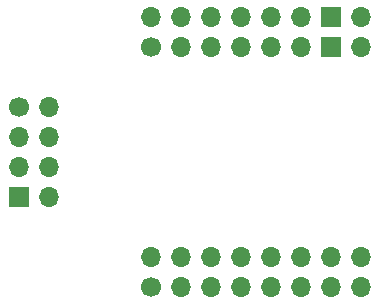
<source format=gbs>
G04 #@! TF.GenerationSoftware,KiCad,Pcbnew,7.0.9*
G04 #@! TF.CreationDate,2024-01-10T15:07:55+01:00*
G04 #@! TF.ProjectId,ESP32OrangeClock,45535033-324f-4726-916e-6765436c6f63,rev?*
G04 #@! TF.SameCoordinates,Original*
G04 #@! TF.FileFunction,Soldermask,Bot*
G04 #@! TF.FilePolarity,Negative*
%FSLAX46Y46*%
G04 Gerber Fmt 4.6, Leading zero omitted, Abs format (unit mm)*
G04 Created by KiCad (PCBNEW 7.0.9) date 2024-01-10 15:07:55*
%MOMM*%
%LPD*%
G01*
G04 APERTURE LIST*
%ADD10C,1.700000*%
%ADD11O,1.700000X1.700000*%
%ADD12R,1.700000X1.700000*%
G04 APERTURE END LIST*
D10*
X103605714Y-80147000D03*
D11*
X106145714Y-80147000D03*
X103605714Y-82687000D03*
X106145714Y-82687000D03*
X103605714Y-85227000D03*
X106145714Y-85227000D03*
D12*
X103605714Y-87767000D03*
D11*
X106145714Y-87767000D03*
D10*
X114781714Y-75057000D03*
D11*
X114781714Y-72517000D03*
X117321714Y-75057000D03*
X117321714Y-72517000D03*
X119861714Y-75057000D03*
X119861714Y-72517000D03*
X122401714Y-75057000D03*
X122401714Y-72517000D03*
X124941714Y-75057000D03*
X124941714Y-72517000D03*
X127481714Y-75057000D03*
X127481714Y-72517000D03*
D12*
X130021714Y-75057000D03*
X130021714Y-72517000D03*
D11*
X132561714Y-75057000D03*
X132561714Y-72517000D03*
D10*
X114781714Y-95377000D03*
D11*
X114781714Y-92837000D03*
X117321714Y-95377000D03*
X117321714Y-92837000D03*
X119861714Y-95377000D03*
X119861714Y-92837000D03*
X122401714Y-95377000D03*
X122401714Y-92837000D03*
X124941714Y-95377000D03*
X124941714Y-92837000D03*
X127481714Y-95377000D03*
X127481714Y-92837000D03*
X130021714Y-95377000D03*
X130021714Y-92837000D03*
X132561714Y-95377000D03*
X132561714Y-92837000D03*
M02*

</source>
